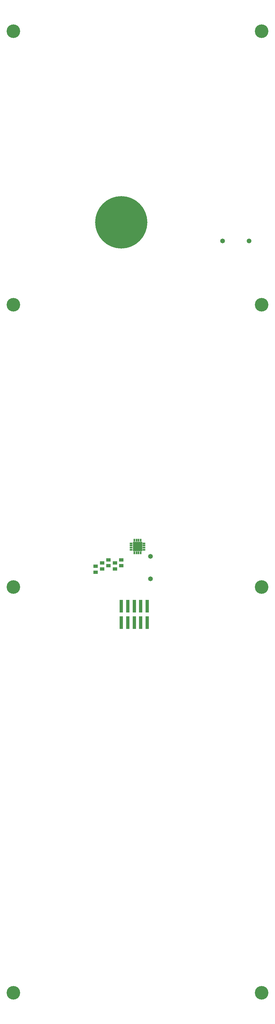
<source format=gbs>
%FSLAX44Y44*%
%MOMM*%
G71*
G01*
G75*
G04 Layer_Color=16711935*
%ADD10R,2.5000X6.0000*%
%ADD11R,6.9850X4.0000*%
%ADD12C,1.0000*%
%ADD13C,16.0000*%
%ADD14C,4.0000*%
%ADD15C,1.2700*%
%ADD16R,1.2192X0.8128*%
%ADD17R,1.0200X3.8000*%
%ADD18R,0.3556X0.7620*%
%ADD19R,0.7620X0.3556*%
%ADD20R,2.7940X2.7940*%
%ADD21C,0.2540*%
%ADD22R,2.7032X6.2032*%
%ADD23R,7.1882X4.2032*%
%ADD24C,16.2032*%
%ADD25C,4.2032*%
%ADD26C,1.4732*%
%ADD27R,1.4224X1.0160*%
%ADD28R,1.1200X3.9000*%
%ADD29R,0.5588X0.9652*%
%ADD30R,0.9652X0.5588*%
%ADD31R,2.9972X2.9972*%
D24*
X360000Y2483000D02*
D03*
D25*
X795000Y100000D02*
D03*
Y1355000D02*
D03*
Y2228000D02*
D03*
Y3073500D02*
D03*
X25000Y100000D02*
D03*
Y1355000D02*
D03*
Y2228000D02*
D03*
Y3073500D02*
D03*
D26*
X450000Y1450000D02*
D03*
Y1380000D02*
D03*
X674000Y2425000D02*
D03*
X755727D02*
D03*
D27*
X280000Y1419000D02*
D03*
Y1400856D02*
D03*
X360000Y1439000D02*
D03*
Y1420856D02*
D03*
X340000Y1429000D02*
D03*
Y1410856D02*
D03*
X320000Y1439000D02*
D03*
Y1420856D02*
D03*
X300000Y1429000D02*
D03*
Y1410856D02*
D03*
D28*
X360000Y1295350D02*
D03*
Y1244650D02*
D03*
X380000Y1295350D02*
D03*
Y1244650D02*
D03*
X400000Y1295350D02*
D03*
Y1244650D02*
D03*
X420000Y1295350D02*
D03*
Y1244650D02*
D03*
X440000Y1295350D02*
D03*
Y1244650D02*
D03*
D29*
X419750Y1460315D02*
D03*
X413250D02*
D03*
X406750D02*
D03*
X400250D02*
D03*
Y1499685D02*
D03*
X406750D02*
D03*
X413250D02*
D03*
X419750D02*
D03*
D30*
X390315Y1470250D02*
D03*
Y1476750D02*
D03*
Y1483250D02*
D03*
Y1489750D02*
D03*
X429685D02*
D03*
Y1483250D02*
D03*
Y1476750D02*
D03*
Y1470250D02*
D03*
D31*
X410000Y1480000D02*
D03*
M02*

</source>
